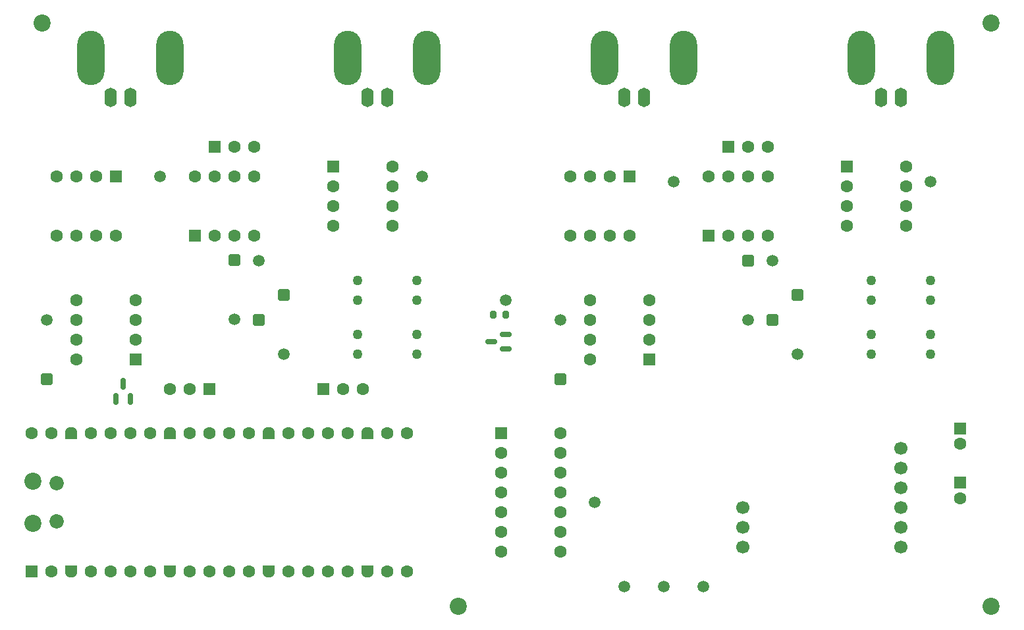
<source format=gbr>
%TF.GenerationSoftware,KiCad,Pcbnew,9.0.1*%
%TF.CreationDate,2025-06-22T18:16:10+09:00*%
%TF.ProjectId,SMU,534d552e-6b69-4636-9164-5f7063625858,rev?*%
%TF.SameCoordinates,Original*%
%TF.FileFunction,Soldermask,Bot*%
%TF.FilePolarity,Negative*%
%FSLAX46Y46*%
G04 Gerber Fmt 4.6, Leading zero omitted, Abs format (unit mm)*
G04 Created by KiCad (PCBNEW 9.0.1) date 2025-06-22 18:16:10*
%MOMM*%
%LPD*%
G01*
G04 APERTURE LIST*
G04 Aperture macros list*
%AMRoundRect*
0 Rectangle with rounded corners*
0 $1 Rounding radius*
0 $2 $3 $4 $5 $6 $7 $8 $9 X,Y pos of 4 corners*
0 Add a 4 corners polygon primitive as box body*
4,1,4,$2,$3,$4,$5,$6,$7,$8,$9,$2,$3,0*
0 Add four circle primitives for the rounded corners*
1,1,$1+$1,$2,$3*
1,1,$1+$1,$4,$5*
1,1,$1+$1,$6,$7*
1,1,$1+$1,$8,$9*
0 Add four rect primitives between the rounded corners*
20,1,$1+$1,$2,$3,$4,$5,0*
20,1,$1+$1,$4,$5,$6,$7,0*
20,1,$1+$1,$6,$7,$8,$9,0*
20,1,$1+$1,$8,$9,$2,$3,0*%
%AMFreePoly0*
4,1,37,0.603843,0.796157,0.639018,0.796157,0.711114,0.766294,0.766294,0.711114,0.796157,0.639018,0.796157,0.603843,0.800000,0.600000,0.800000,-0.600000,0.796157,-0.603843,0.796157,-0.639018,0.766294,-0.711114,0.711114,-0.766294,0.639018,-0.796157,0.603843,-0.796157,0.600000,-0.800000,0.000000,-0.800000,0.000000,-0.796148,-0.078414,-0.796148,-0.232228,-0.765552,-0.377117,-0.705537,
-0.507515,-0.618408,-0.618408,-0.507515,-0.705537,-0.377117,-0.765552,-0.232228,-0.796148,-0.078414,-0.796148,0.078414,-0.765552,0.232228,-0.705537,0.377117,-0.618408,0.507515,-0.507515,0.618408,-0.377117,0.705537,-0.232228,0.765552,-0.078414,0.796148,0.000000,0.796148,0.000000,0.800000,0.600000,0.800000,0.603843,0.796157,0.603843,0.796157,$1*%
%AMFreePoly1*
4,1,37,0.000000,0.796148,0.078414,0.796148,0.232228,0.765552,0.377117,0.705537,0.507515,0.618408,0.618408,0.507515,0.705537,0.377117,0.765552,0.232228,0.796148,0.078414,0.796148,-0.078414,0.765552,-0.232228,0.705537,-0.377117,0.618408,-0.507515,0.507515,-0.618408,0.377117,-0.705537,0.232228,-0.765552,0.078414,-0.796148,0.000000,-0.796148,0.000000,-0.800000,-0.600000,-0.800000,
-0.603843,-0.796157,-0.639018,-0.796157,-0.711114,-0.766294,-0.766294,-0.711114,-0.796157,-0.639018,-0.796157,-0.603843,-0.800000,-0.600000,-0.800000,0.600000,-0.796157,0.603843,-0.796157,0.639018,-0.766294,0.711114,-0.711114,0.766294,-0.639018,0.796157,-0.603843,0.796157,-0.600000,0.800000,0.000000,0.800000,0.000000,0.796148,0.000000,0.796148,$1*%
G04 Aperture macros list end*
%ADD10C,1.270000*%
%ADD11RoundRect,0.250000X0.550000X0.550000X-0.550000X0.550000X-0.550000X-0.550000X0.550000X-0.550000X0*%
%ADD12C,1.600000*%
%ADD13RoundRect,0.250001X-0.499999X0.499999X-0.499999X-0.499999X0.499999X-0.499999X0.499999X0.499999X0*%
%ADD14C,1.500000*%
%ADD15RoundRect,0.250000X-0.550000X0.550000X-0.550000X-0.550000X0.550000X-0.550000X0.550000X0.550000X0*%
%ADD16C,2.200000*%
%ADD17O,1.600000X2.500000*%
%ADD18O,3.500000X7.000000*%
%ADD19RoundRect,0.250000X-0.550000X-0.550000X0.550000X-0.550000X0.550000X0.550000X-0.550000X0.550000X0*%
%ADD20RoundRect,0.250000X0.550000X-0.550000X0.550000X0.550000X-0.550000X0.550000X-0.550000X-0.550000X0*%
%ADD21RoundRect,0.250001X0.499999X-0.499999X0.499999X0.499999X-0.499999X0.499999X-0.499999X-0.499999X0*%
%ADD22C,1.700000*%
%ADD23R,1.500000X1.500000*%
%ADD24C,1.850000*%
%ADD25RoundRect,0.200000X0.600000X-0.600000X0.600000X0.600000X-0.600000X0.600000X-0.600000X-0.600000X0*%
%ADD26FreePoly0,90.000000*%
%ADD27FreePoly1,90.000000*%
%ADD28RoundRect,0.150000X0.150000X-0.587500X0.150000X0.587500X-0.150000X0.587500X-0.150000X-0.587500X0*%
%ADD29RoundRect,0.200000X0.200000X0.275000X-0.200000X0.275000X-0.200000X-0.275000X0.200000X-0.275000X0*%
%ADD30RoundRect,0.150000X0.587500X0.150000X-0.587500X0.150000X-0.587500X-0.150000X0.587500X-0.150000X0*%
G04 APERTURE END LIST*
D10*
%TO.C,U16*%
X77470000Y-162565000D03*
X77470000Y-160025000D03*
X69850000Y-160025000D03*
X69850000Y-162565000D03*
%TD*%
%TO.C,U10*%
X143510000Y-162560000D03*
X143510000Y-160020000D03*
X135890000Y-160020000D03*
X135890000Y-162560000D03*
%TD*%
%TO.C,U9*%
X143510000Y-155575000D03*
X143510000Y-153035000D03*
X135890000Y-153035000D03*
X135890000Y-155575000D03*
%TD*%
%TO.C,U15*%
X77470000Y-155580000D03*
X77470000Y-153040000D03*
X69850000Y-153040000D03*
X69850000Y-155580000D03*
%TD*%
D11*
%TO.C,U11*%
X107315000Y-163195000D03*
D12*
X107315000Y-160655000D03*
X107315000Y-158115000D03*
X107315000Y-155575000D03*
X99695000Y-155575000D03*
X99695000Y-158115000D03*
X99695000Y-160655000D03*
X99695000Y-163195000D03*
%TD*%
D13*
%TO.C,D8*%
X60325000Y-154935000D03*
D14*
X60325000Y-162555000D03*
%TD*%
D13*
%TO.C,D4*%
X126365000Y-154935000D03*
D14*
X126365000Y-162555000D03*
%TD*%
D15*
%TO.C,C2*%
X147320000Y-179070000D03*
D12*
X147320000Y-181070000D03*
%TD*%
D16*
%TO.C,REF\u002A\u002A*%
X151250000Y-120000000D03*
%TD*%
D15*
%TO.C,C1*%
X147320000Y-172085000D03*
D12*
X147320000Y-174085000D03*
%TD*%
D17*
%TO.C,J2*%
X73660000Y-129540000D03*
D18*
X68580000Y-124460000D03*
D17*
X71120000Y-129540000D03*
D18*
X78740000Y-124460000D03*
%TD*%
D19*
%TO.C,U14*%
X66680000Y-138435000D03*
D12*
X66680000Y-140975000D03*
X66680000Y-143515000D03*
X66680000Y-146055000D03*
X74300000Y-146055000D03*
X74300000Y-143515000D03*
X74300000Y-140975000D03*
X74300000Y-138435000D03*
%TD*%
D20*
%TO.C,U6*%
X114935000Y-147320000D03*
D12*
X117475000Y-147320000D03*
X120015000Y-147320000D03*
X122555000Y-147320000D03*
X122555000Y-139700000D03*
X120015000Y-139700000D03*
X117475000Y-139700000D03*
X114935000Y-139700000D03*
%TD*%
D19*
%TO.C,U5*%
X88265000Y-172720000D03*
D12*
X88265000Y-175260000D03*
X88265000Y-177800000D03*
X88265000Y-180340000D03*
X88265000Y-182880000D03*
X88265000Y-185420000D03*
X88265000Y-187960000D03*
X95885000Y-187960000D03*
X95885000Y-185420000D03*
X95885000Y-182880000D03*
X95885000Y-180340000D03*
X95885000Y-177800000D03*
X95885000Y-175260000D03*
X95885000Y-172720000D03*
%TD*%
D21*
%TO.C,D3*%
X123190000Y-158120000D03*
D14*
X123190000Y-150500000D03*
%TD*%
D15*
%TO.C,U7*%
X104775000Y-139700000D03*
D12*
X102235000Y-139700000D03*
X99695000Y-139700000D03*
X97155000Y-139700000D03*
X97155000Y-147320000D03*
X99695000Y-147320000D03*
X102235000Y-147320000D03*
X104775000Y-147320000D03*
%TD*%
D16*
%TO.C,REF\u002A\u002A*%
X82750000Y-195000000D03*
%TD*%
D22*
%TO.C,U1*%
X119380000Y-182245000D03*
X119380000Y-184785000D03*
X119380000Y-187325000D03*
X139700000Y-174625000D03*
X139700000Y-177165000D03*
X139700000Y-179705000D03*
X139700000Y-182245000D03*
X139700000Y-184785000D03*
X139700000Y-187325000D03*
%TD*%
D23*
%TO.C,SW1*%
X51435000Y-135890000D03*
D12*
X53975000Y-135890000D03*
X56515000Y-135890000D03*
%TD*%
D20*
%TO.C,U12*%
X48895000Y-147320000D03*
D12*
X51435000Y-147320000D03*
X53975000Y-147320000D03*
X56515000Y-147320000D03*
X56515000Y-139700000D03*
X53975000Y-139700000D03*
X51435000Y-139700000D03*
X48895000Y-139700000D03*
%TD*%
D17*
%TO.C,J1*%
X40640000Y-129540000D03*
D18*
X35560000Y-124460000D03*
D17*
X38100000Y-129540000D03*
D18*
X45720000Y-124460000D03*
%TD*%
D16*
%TO.C,REF\u002A\u002A*%
X29250000Y-120000000D03*
%TD*%
D21*
%TO.C,D1*%
X95885000Y-165735000D03*
D14*
X95885000Y-158115000D03*
%TD*%
D23*
%TO.C,SW3*%
X50800000Y-167005000D03*
D12*
X48260000Y-167005000D03*
X45720000Y-167005000D03*
%TD*%
D16*
%TO.C,REF\u002A\u002A*%
X151250000Y-195000000D03*
%TD*%
D23*
%TO.C,SW2*%
X117475000Y-135890000D03*
D12*
X120015000Y-135890000D03*
X122555000Y-135890000D03*
%TD*%
D19*
%TO.C,U8*%
X132715000Y-138430000D03*
D12*
X132715000Y-140970000D03*
X132715000Y-143510000D03*
X132715000Y-146050000D03*
X140335000Y-146050000D03*
X140335000Y-143510000D03*
X140335000Y-140970000D03*
X140335000Y-138430000D03*
%TD*%
D11*
%TO.C,U17*%
X41270000Y-163200000D03*
D12*
X41270000Y-160660000D03*
X41270000Y-158120000D03*
X41270000Y-155580000D03*
X33650000Y-155580000D03*
X33650000Y-158120000D03*
X33650000Y-160660000D03*
X33650000Y-163200000D03*
%TD*%
D13*
%TO.C,D6*%
X53975000Y-150490000D03*
D14*
X53975000Y-158110000D03*
%TD*%
D17*
%TO.C,J3*%
X106680000Y-129540000D03*
D18*
X101600000Y-124460000D03*
D17*
X104140000Y-129540000D03*
D18*
X111760000Y-124460000D03*
%TD*%
D23*
%TO.C,SW4*%
X65405000Y-167005000D03*
D12*
X67945000Y-167005000D03*
X70485000Y-167005000D03*
%TD*%
D13*
%TO.C,D2*%
X120015000Y-150495000D03*
D14*
X120015000Y-158115000D03*
%TD*%
D21*
%TO.C,D7*%
X57150000Y-158120000D03*
D14*
X57150000Y-150500000D03*
%TD*%
D15*
%TO.C,U13*%
X38735000Y-139705000D03*
D12*
X36195000Y-139705000D03*
X33655000Y-139705000D03*
X31115000Y-139705000D03*
X31115000Y-147325000D03*
X33655000Y-147325000D03*
X36195000Y-147325000D03*
X38735000Y-147325000D03*
%TD*%
D21*
%TO.C,D5*%
X29845000Y-165740000D03*
D14*
X29845000Y-158120000D03*
%TD*%
D17*
%TO.C,J4*%
X139700000Y-129540000D03*
D18*
X134620000Y-124460000D03*
D17*
X137160000Y-129540000D03*
D18*
X144780000Y-124460000D03*
%TD*%
D16*
%TO.C,A1*%
X28070000Y-184335000D03*
D24*
X31100000Y-184035000D03*
X31100000Y-179185000D03*
D16*
X28070000Y-178885000D03*
D25*
X27940000Y-190500000D03*
D12*
X30480000Y-190500000D03*
D26*
X33020000Y-190500000D03*
D12*
X35560000Y-190500000D03*
X38100000Y-190500000D03*
X40640000Y-190500000D03*
X43180000Y-190500000D03*
D26*
X45720000Y-190500000D03*
D12*
X48260000Y-190500000D03*
X50800000Y-190500000D03*
X53340000Y-190500000D03*
X55880000Y-190500000D03*
D26*
X58420000Y-190500000D03*
D12*
X60960000Y-190500000D03*
X63500000Y-190500000D03*
X66040000Y-190500000D03*
X68580000Y-190500000D03*
D26*
X71120000Y-190500000D03*
D12*
X73660000Y-190500000D03*
X76200000Y-190500000D03*
X76200000Y-172720000D03*
X73660000Y-172720000D03*
D27*
X71120000Y-172720000D03*
D12*
X68580000Y-172720000D03*
X66040000Y-172720000D03*
X63500000Y-172720000D03*
X60960000Y-172720000D03*
D27*
X58420000Y-172720000D03*
D12*
X55880000Y-172720000D03*
X53340000Y-172720000D03*
X50800000Y-172720000D03*
X48260000Y-172720000D03*
D27*
X45720000Y-172720000D03*
D12*
X43180000Y-172720000D03*
X40640000Y-172720000D03*
X38100000Y-172720000D03*
X35560000Y-172720000D03*
D27*
X33020000Y-172720000D03*
D12*
X30480000Y-172720000D03*
X27940000Y-172720000D03*
%TD*%
D28*
%TO.C,U2*%
X40640000Y-168275000D03*
X38740000Y-168275000D03*
X39690000Y-166400000D03*
%TD*%
D29*
%TO.C,R1*%
X88900000Y-157480000D03*
X87250000Y-157480000D03*
%TD*%
D30*
%TO.C,U3*%
X88900000Y-160020000D03*
X88900000Y-161920000D03*
X87025000Y-160970000D03*
%TD*%
D14*
X109220000Y-192405000D03*
X143510000Y-140335000D03*
X78105000Y-139700000D03*
X100330000Y-181610000D03*
X110490000Y-140335000D03*
X44450000Y-139700000D03*
X104140000Y-192405000D03*
X114300000Y-192405000D03*
X88900000Y-155575000D03*
M02*

</source>
